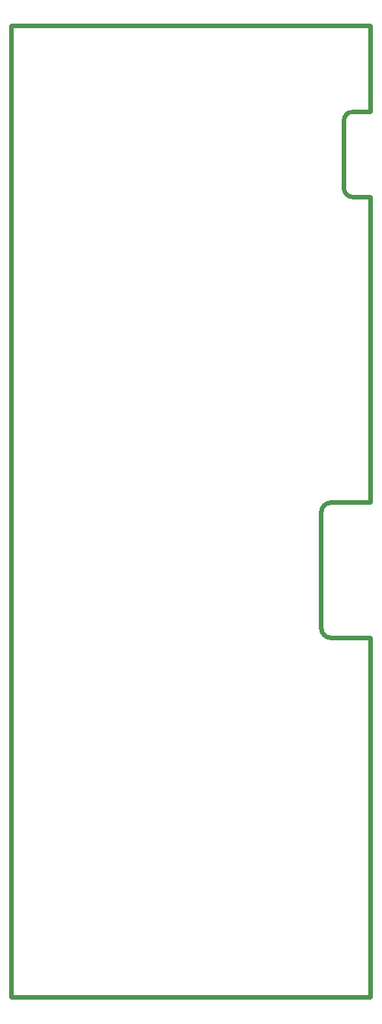
<source format=gbr>
G04 #@! TF.FileFunction,Profile,NP*
%FSLAX46Y46*%
G04 Gerber Fmt 4.6, Leading zero omitted, Abs format (unit mm)*
G04 Created by KiCad (PCBNEW 4.0.6) date 2018 February 05, Monday 13:52:32*
%MOMM*%
%LPD*%
G01*
G04 APERTURE LIST*
%ADD10C,0.100000*%
%ADD11C,0.500000*%
G04 APERTURE END LIST*
D10*
D11*
X40000000Y-9500000D02*
X40000000Y0D01*
X0Y0D02*
X0Y-19000000D01*
X40000000Y-108000000D02*
X40000000Y-68000000D01*
X34500000Y-67000000D02*
G75*
G03X35500000Y-68000000I1000000J0D01*
G01*
X35500000Y-53000000D02*
G75*
G03X34500000Y-54000000I0J-1000000D01*
G01*
X35500000Y-53000000D02*
X40000000Y-53000000D01*
X34500000Y-67000000D02*
X34500000Y-54000000D01*
X40000000Y-68000000D02*
X35500000Y-68000000D01*
X38000000Y-9500000D02*
G75*
G03X37000000Y-10500000I0J-1000000D01*
G01*
X37000000Y-18000000D02*
G75*
G03X38000000Y-19000000I1000000J0D01*
G01*
X37000000Y-18000000D02*
X37000000Y-10500000D01*
X40000000Y-9500000D02*
X38000000Y-9500000D01*
X40000000Y-19000000D02*
X38000000Y-19000000D01*
X0Y-108000000D02*
X0Y-19000000D01*
X40000000Y-108000000D02*
X0Y-108000000D01*
X40000000Y-19000000D02*
X40000000Y-53000000D01*
X0Y0D02*
X40000000Y0D01*
M02*

</source>
